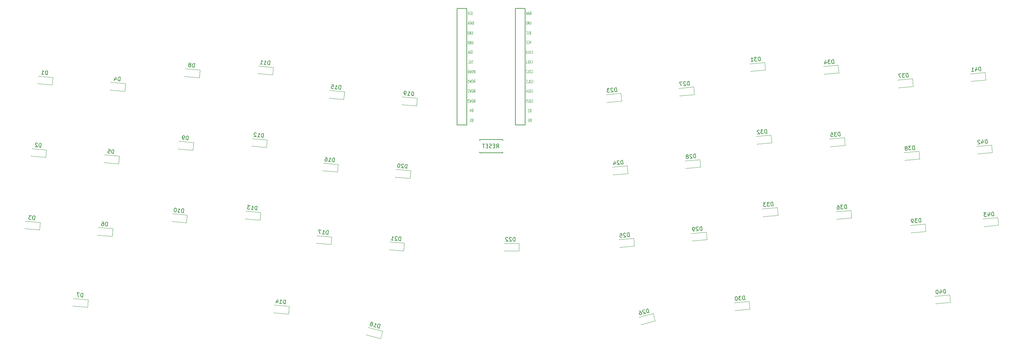
<source format=gbr>
G04 #@! TF.GenerationSoftware,KiCad,Pcbnew,(5.1.0)-1*
G04 #@! TF.CreationDate,2019-06-28T01:08:36+08:00*
G04 #@! TF.ProjectId,Kamaitachi,4b616d61-6974-4616-9368-692e6b696361,rev?*
G04 #@! TF.SameCoordinates,Original*
G04 #@! TF.FileFunction,Legend,Bot*
G04 #@! TF.FilePolarity,Positive*
%FSLAX46Y46*%
G04 Gerber Fmt 4.6, Leading zero omitted, Abs format (unit mm)*
G04 Created by KiCad (PCBNEW (5.1.0)-1) date 2019-06-28 01:08:36*
%MOMM*%
%LPD*%
G04 APERTURE LIST*
%ADD10C,0.120000*%
%ADD11C,0.150000*%
%ADD12C,0.125000*%
G04 APERTURE END LIST*
D10*
X184452508Y-159940861D02*
X180567348Y-159600953D01*
X184278196Y-161933250D02*
X180393037Y-161593343D01*
X184452508Y-159940861D02*
X184278196Y-161933250D01*
X127727521Y-152587721D02*
X123842361Y-152247813D01*
X127553209Y-154580110D02*
X123668050Y-154240203D01*
X127727521Y-152587721D02*
X127553209Y-154580110D01*
X101889229Y-174708693D02*
X98004069Y-174368785D01*
X101714917Y-176701082D02*
X97829758Y-176361175D01*
X101889229Y-174708693D02*
X101714917Y-176701082D01*
X108293425Y-156146219D02*
X104408265Y-155806311D01*
X108119113Y-158138608D02*
X104233954Y-157798701D01*
X108293425Y-156146219D02*
X108119113Y-158138608D01*
X109953742Y-137168710D02*
X106068582Y-136828802D01*
X109779430Y-139161099D02*
X105894271Y-138821192D01*
X109953742Y-137168710D02*
X109779430Y-139161099D01*
X111614058Y-118191201D02*
X107728898Y-117851293D01*
X111439746Y-120183590D02*
X107554587Y-119843683D01*
X111614058Y-118191201D02*
X111439746Y-120183590D01*
X89315916Y-154485902D02*
X85430756Y-154145994D01*
X89141604Y-156478291D02*
X85256445Y-156138384D01*
X89315916Y-154485902D02*
X89141604Y-156478291D01*
X186112825Y-140963352D02*
X182227665Y-140623444D01*
X185938513Y-142955741D02*
X182053354Y-142615834D01*
X186112825Y-140963352D02*
X185938513Y-142955741D01*
X167135316Y-139303035D02*
X163250156Y-138963127D01*
X166961004Y-141295424D02*
X163075845Y-140955517D01*
X167135316Y-139303035D02*
X166961004Y-141295424D01*
X178721538Y-182938607D02*
X174954427Y-181929213D01*
X178203900Y-184870459D02*
X174436789Y-183861064D01*
X178721538Y-182938607D02*
X178203900Y-184870459D01*
X165474999Y-158280544D02*
X161589839Y-157940636D01*
X165300687Y-160272933D02*
X161415528Y-159933026D01*
X165474999Y-158280544D02*
X165300687Y-160272933D01*
X168795633Y-120325525D02*
X164910473Y-119985617D01*
X168621321Y-122317914D02*
X164736162Y-121978007D01*
X168795633Y-120325525D02*
X168621321Y-122317914D01*
X148572886Y-132898340D02*
X144687726Y-132558432D01*
X148398574Y-134890729D02*
X144513415Y-134550822D01*
X148572886Y-132898340D02*
X148398574Y-134890729D01*
X146912569Y-151875849D02*
X143027409Y-151535941D01*
X146738257Y-153868238D02*
X142853098Y-153528331D01*
X146912569Y-151875849D02*
X146738257Y-153868238D01*
X150233203Y-113920831D02*
X146348043Y-113580923D01*
X150058891Y-115913220D02*
X146173732Y-115573313D01*
X150233203Y-113920831D02*
X150058891Y-115913220D01*
X129387838Y-133610212D02*
X125502678Y-133270304D01*
X129213526Y-135602601D02*
X125328367Y-135262694D01*
X129387838Y-133610212D02*
X129213526Y-135602601D01*
X131048155Y-114632702D02*
X127162995Y-114292794D01*
X130873843Y-116625091D02*
X126988684Y-116285184D01*
X131048155Y-114632702D02*
X130873843Y-116625091D01*
X187773142Y-121985842D02*
X183887982Y-121645934D01*
X187598830Y-123978231D02*
X183713671Y-123638324D01*
X187773142Y-121985842D02*
X187598830Y-123978231D01*
X154325928Y-176427894D02*
X150440768Y-176087986D01*
X154151616Y-178420283D02*
X150266457Y-178080376D01*
X154325928Y-176427894D02*
X154151616Y-178420283D01*
X90976233Y-135508393D02*
X87091073Y-135168485D01*
X90801921Y-137500782D02*
X86916762Y-137160875D01*
X90976233Y-135508393D02*
X90801921Y-137500782D01*
X92636549Y-116530884D02*
X88751389Y-116190976D01*
X92462237Y-118523273D02*
X88577078Y-118183366D01*
X92636549Y-116530884D02*
X92462237Y-118523273D01*
D11*
X200783220Y-129032480D02*
X200783220Y-98552480D01*
X198243220Y-129032480D02*
X200783220Y-129032480D01*
X198243220Y-98552480D02*
X198243220Y-129032480D01*
X200783220Y-98552480D02*
X198243220Y-98552480D01*
X216003220Y-129032480D02*
X216003220Y-98552480D01*
X213463220Y-129032480D02*
X216003220Y-129032480D01*
X213463220Y-98552480D02*
X213463220Y-129032480D01*
X216003220Y-98552480D02*
X213463220Y-98552480D01*
X204169620Y-136291190D02*
X204169620Y-136041190D01*
X210169620Y-136291190D02*
X204169620Y-136291190D01*
X210169620Y-136041190D02*
X210169620Y-136291190D01*
X210169620Y-132791190D02*
X210169620Y-133041190D01*
X204169620Y-132791190D02*
X210169620Y-132791190D01*
X204169620Y-133041190D02*
X204169620Y-132791190D01*
D10*
X339467107Y-153222144D02*
X335581948Y-153562051D01*
X339641419Y-155214533D02*
X335756259Y-155554441D01*
X339467107Y-153222144D02*
X339641419Y-155214533D01*
X337806790Y-134244635D02*
X333921631Y-134584542D01*
X337981102Y-136237024D02*
X334095942Y-136576932D01*
X337806790Y-134244635D02*
X337981102Y-136237024D01*
X336146473Y-115267126D02*
X332261314Y-115607033D01*
X336320785Y-117259515D02*
X332435625Y-117599423D01*
X336146473Y-115267126D02*
X336320785Y-117259515D01*
X326894791Y-173444847D02*
X323009632Y-173784754D01*
X327069103Y-175437236D02*
X323183943Y-175777144D01*
X326894791Y-173444847D02*
X327069103Y-175437236D01*
X320489598Y-154882461D02*
X316604439Y-155222368D01*
X320663910Y-156874850D02*
X316778750Y-157214758D01*
X320489598Y-154882461D02*
X320663910Y-156874850D01*
X318829281Y-135904952D02*
X314944122Y-136244859D01*
X319003593Y-137897341D02*
X315118433Y-138237249D01*
X318829281Y-135904952D02*
X319003593Y-137897341D01*
X317168964Y-116927443D02*
X313283805Y-117267350D01*
X317343276Y-118919832D02*
X313458116Y-119259740D01*
X317168964Y-116927443D02*
X317343276Y-118919832D01*
X301055502Y-151323963D02*
X297170343Y-151663870D01*
X301229814Y-153316352D02*
X297344654Y-153656260D01*
X301055502Y-151323963D02*
X301229814Y-153316352D01*
X299395185Y-132346454D02*
X295510026Y-132686361D01*
X299569497Y-134338843D02*
X295684337Y-134678751D01*
X299395185Y-132346454D02*
X299569497Y-134338843D01*
X297734868Y-113368944D02*
X293849709Y-113708851D01*
X297909180Y-115361333D02*
X294024020Y-115701241D01*
X297734868Y-113368944D02*
X297909180Y-115361333D01*
X281870454Y-150612091D02*
X277985295Y-150951998D01*
X282044766Y-152604480D02*
X278159606Y-152944388D01*
X281870454Y-150612091D02*
X282044766Y-152604480D01*
X280210137Y-131634582D02*
X276324978Y-131974489D01*
X280384449Y-133626971D02*
X276499289Y-133966879D01*
X280210137Y-131634582D02*
X280384449Y-133626971D01*
X278549820Y-112657073D02*
X274664661Y-112996980D01*
X278724132Y-114649462D02*
X274838972Y-114989370D01*
X278549820Y-112657073D02*
X278724132Y-114649462D01*
X274457095Y-175164136D02*
X270571936Y-175504043D01*
X274631407Y-177156525D02*
X270746247Y-177496433D01*
X274457095Y-175164136D02*
X274631407Y-177156525D01*
X263308024Y-157016785D02*
X259422865Y-157356692D01*
X263482336Y-159009174D02*
X259597176Y-159349082D01*
X263308024Y-157016785D02*
X263482336Y-159009174D01*
X261647707Y-138039276D02*
X257762548Y-138379183D01*
X261822019Y-140031665D02*
X257936859Y-140371573D01*
X261647707Y-138039276D02*
X261822019Y-140031665D01*
X259987390Y-119061766D02*
X256102231Y-119401673D01*
X260161702Y-121054155D02*
X256276542Y-121394063D01*
X259987390Y-119061766D02*
X260161702Y-121054155D01*
X249468335Y-178313811D02*
X245701224Y-179323206D01*
X249985973Y-180245663D02*
X246218862Y-181255057D01*
X249468335Y-178313811D02*
X249985973Y-180245663D01*
X244330515Y-158677102D02*
X240445356Y-159017009D01*
X244504827Y-160669491D02*
X240619667Y-161009399D01*
X244330515Y-158677102D02*
X244504827Y-160669491D01*
X242670198Y-139699593D02*
X238785039Y-140039500D01*
X242844510Y-141691982D02*
X238959350Y-142031890D01*
X242670198Y-139699593D02*
X242844510Y-141691982D01*
X241009881Y-120722083D02*
X237124722Y-121061990D01*
X241184193Y-122714472D02*
X237299033Y-123054380D01*
X241009881Y-120722083D02*
X241184193Y-122714472D01*
X214419100Y-159972330D02*
X210519100Y-159972330D01*
X214419100Y-161972330D02*
X210519100Y-161972330D01*
X214419100Y-159972330D02*
X214419100Y-161972330D01*
D11*
X183468462Y-159305057D02*
X183555618Y-158308862D01*
X183318428Y-158288111D01*
X183171965Y-158323098D01*
X183068788Y-158409673D01*
X183013050Y-158500398D01*
X182949011Y-158686000D01*
X182936560Y-158828313D01*
X182967397Y-159022215D01*
X183006534Y-159121241D01*
X183093109Y-159224417D01*
X183231273Y-159284306D01*
X183468462Y-159305057D01*
X182598560Y-158320732D02*
X182555273Y-158269144D01*
X182464547Y-158213406D01*
X182227358Y-158192655D01*
X182128332Y-158231792D01*
X182076744Y-158275079D01*
X182021006Y-158365805D01*
X182012705Y-158460681D01*
X182047692Y-158607144D01*
X182567143Y-159226202D01*
X181950451Y-159172248D01*
X181001694Y-159089243D02*
X181570948Y-159139046D01*
X181286321Y-159114144D02*
X181373477Y-158117950D01*
X181455902Y-158268564D01*
X181542477Y-158371740D01*
X181633202Y-158427478D01*
X126743475Y-151951917D02*
X126830631Y-150955722D01*
X126593441Y-150934971D01*
X126446978Y-150969958D01*
X126343801Y-151056533D01*
X126288063Y-151147258D01*
X126224024Y-151332860D01*
X126211573Y-151475173D01*
X126242410Y-151669075D01*
X126281547Y-151768101D01*
X126368122Y-151871277D01*
X126506286Y-151931166D01*
X126743475Y-151951917D01*
X125225464Y-151819108D02*
X125794718Y-151868912D01*
X125510091Y-151844010D02*
X125597247Y-150847815D01*
X125679672Y-150998429D01*
X125766247Y-151101605D01*
X125856972Y-151157344D01*
X124695928Y-150768960D02*
X124601052Y-150760659D01*
X124502026Y-150799797D01*
X124450438Y-150843084D01*
X124394700Y-150933810D01*
X124330661Y-151119411D01*
X124309909Y-151356600D01*
X124340746Y-151550502D01*
X124379883Y-151649528D01*
X124423171Y-151701116D01*
X124513896Y-151756854D01*
X124608772Y-151765155D01*
X124707798Y-151726017D01*
X124759386Y-151682730D01*
X124815124Y-151592004D01*
X124879163Y-151406403D01*
X124899915Y-151169214D01*
X124869078Y-150975312D01*
X124829941Y-150876286D01*
X124786653Y-150824698D01*
X124695928Y-150768960D01*
X100430804Y-174031386D02*
X100517960Y-173035192D01*
X100280771Y-173014440D01*
X100134307Y-173049427D01*
X100031131Y-173136002D01*
X99975393Y-173226728D01*
X99911354Y-173412329D01*
X99898903Y-173554642D01*
X99929740Y-173748544D01*
X99968877Y-173847570D01*
X100055452Y-173950746D01*
X100193615Y-174010635D01*
X100430804Y-174031386D01*
X99616641Y-172956336D02*
X98952511Y-172898233D01*
X99292296Y-173931780D01*
X106835000Y-155468912D02*
X106922156Y-154472718D01*
X106684967Y-154451966D01*
X106538503Y-154486953D01*
X106435327Y-154573528D01*
X106379589Y-154664254D01*
X106315550Y-154849855D01*
X106303099Y-154992168D01*
X106333936Y-155186070D01*
X106373073Y-155285096D01*
X106459648Y-155388272D01*
X106597811Y-155448161D01*
X106835000Y-155468912D01*
X105499021Y-154348209D02*
X105688772Y-154364810D01*
X105779498Y-154420549D01*
X105822785Y-154472137D01*
X105905210Y-154622751D01*
X105936047Y-154816653D01*
X105902845Y-155196155D01*
X105847106Y-155286881D01*
X105795518Y-155330168D01*
X105696492Y-155369306D01*
X105506741Y-155352705D01*
X105416015Y-155296966D01*
X105372728Y-155245378D01*
X105333591Y-155146352D01*
X105354342Y-154909163D01*
X105410080Y-154818437D01*
X105461668Y-154775150D01*
X105560694Y-154736013D01*
X105750446Y-154752614D01*
X105841171Y-154808352D01*
X105884459Y-154859940D01*
X105923596Y-154958966D01*
X108495317Y-136491403D02*
X108582473Y-135495209D01*
X108345284Y-135474457D01*
X108198820Y-135509444D01*
X108095644Y-135596019D01*
X108039906Y-135686745D01*
X107975867Y-135872346D01*
X107963416Y-136014659D01*
X107994253Y-136208561D01*
X108033390Y-136307587D01*
X108119965Y-136410763D01*
X108258128Y-136470652D01*
X108495317Y-136491403D01*
X107111900Y-135366550D02*
X107586279Y-135408053D01*
X107592214Y-135886582D01*
X107548926Y-135834993D01*
X107458201Y-135779255D01*
X107221011Y-135758504D01*
X107121985Y-135797641D01*
X107070397Y-135840928D01*
X107014659Y-135931654D01*
X106993908Y-136168843D01*
X107033045Y-136267869D01*
X107076332Y-136319457D01*
X107167058Y-136375196D01*
X107404247Y-136395947D01*
X107503273Y-136356810D01*
X107554861Y-136313522D01*
X110155633Y-117513894D02*
X110242789Y-116517700D01*
X110005600Y-116496948D01*
X109859136Y-116531935D01*
X109755960Y-116618510D01*
X109700222Y-116709236D01*
X109636183Y-116894837D01*
X109623732Y-117037150D01*
X109654569Y-117231052D01*
X109693706Y-117330078D01*
X109780281Y-117433254D01*
X109918444Y-117493143D01*
X110155633Y-117513894D01*
X108790602Y-116725256D02*
X108732498Y-117389386D01*
X109060993Y-116366505D02*
X109235929Y-117098824D01*
X108619237Y-117044870D01*
X87857491Y-153808595D02*
X87944647Y-152812401D01*
X87707458Y-152791649D01*
X87560994Y-152826636D01*
X87457818Y-152913211D01*
X87402080Y-153003937D01*
X87338041Y-153189538D01*
X87325590Y-153331851D01*
X87356427Y-153525753D01*
X87395564Y-153624779D01*
X87482139Y-153727955D01*
X87620302Y-153787844D01*
X87857491Y-153808595D01*
X87043328Y-152733545D02*
X86426636Y-152679592D01*
X86725499Y-153088146D01*
X86583185Y-153075696D01*
X86484159Y-153114833D01*
X86432571Y-153158120D01*
X86376833Y-153248846D01*
X86356082Y-153486035D01*
X86395219Y-153585061D01*
X86438506Y-153636649D01*
X86529232Y-153692388D01*
X86813859Y-153717289D01*
X86912885Y-153678152D01*
X86964473Y-153634864D01*
X185128779Y-140327548D02*
X185215935Y-139331353D01*
X184978745Y-139310602D01*
X184832282Y-139345589D01*
X184729105Y-139432164D01*
X184673367Y-139522889D01*
X184609328Y-139708491D01*
X184596877Y-139850804D01*
X184627714Y-140044706D01*
X184666851Y-140143732D01*
X184753426Y-140246908D01*
X184891590Y-140306797D01*
X185128779Y-140327548D01*
X184258877Y-139343223D02*
X184215590Y-139291635D01*
X184124864Y-139235897D01*
X183887675Y-139215146D01*
X183788649Y-139254283D01*
X183737061Y-139297570D01*
X183681323Y-139388296D01*
X183673022Y-139483172D01*
X183708009Y-139629635D01*
X184227460Y-140248693D01*
X183610768Y-140194739D01*
X183081232Y-139144591D02*
X182986356Y-139136290D01*
X182887330Y-139175428D01*
X182835742Y-139218715D01*
X182780004Y-139309441D01*
X182715965Y-139495042D01*
X182695213Y-139732231D01*
X182726050Y-139926133D01*
X182765187Y-140025159D01*
X182808475Y-140076747D01*
X182899200Y-140132485D01*
X182994076Y-140140786D01*
X183093102Y-140101648D01*
X183144690Y-140058361D01*
X183200428Y-139967635D01*
X183264467Y-139782034D01*
X183285219Y-139544845D01*
X183254382Y-139350943D01*
X183215245Y-139251917D01*
X183171957Y-139200329D01*
X183081232Y-139144591D01*
X166151270Y-138667231D02*
X166238426Y-137671036D01*
X166001236Y-137650285D01*
X165854773Y-137685272D01*
X165751596Y-137771847D01*
X165695858Y-137862572D01*
X165631819Y-138048174D01*
X165619368Y-138190487D01*
X165650205Y-138384389D01*
X165689342Y-138483415D01*
X165775917Y-138586591D01*
X165914081Y-138646480D01*
X166151270Y-138667231D01*
X164633259Y-138534422D02*
X165202513Y-138584226D01*
X164917886Y-138559324D02*
X165005042Y-137563129D01*
X165087467Y-137713743D01*
X165174042Y-137816919D01*
X165264767Y-137872658D01*
X163866533Y-137463523D02*
X164056285Y-137480124D01*
X164147010Y-137535862D01*
X164190298Y-137587450D01*
X164272723Y-137738064D01*
X164303559Y-137931966D01*
X164270357Y-138311469D01*
X164214619Y-138402194D01*
X164163031Y-138445482D01*
X164064005Y-138484619D01*
X163874253Y-138468018D01*
X163783528Y-138412279D01*
X163740240Y-138360691D01*
X163701103Y-138261665D01*
X163721855Y-138024476D01*
X163777593Y-137933751D01*
X163829181Y-137890463D01*
X163928207Y-137851326D01*
X164117958Y-137867927D01*
X164208684Y-137923665D01*
X164251971Y-137975253D01*
X164291109Y-138074279D01*
X177862849Y-182141584D02*
X178121668Y-181175658D01*
X177891685Y-181114035D01*
X177741371Y-181123057D01*
X177624729Y-181190401D01*
X177554083Y-181270069D01*
X177458788Y-181441730D01*
X177421813Y-181579719D01*
X177418511Y-181776030D01*
X177439858Y-181880348D01*
X177507202Y-181996990D01*
X177632866Y-182079961D01*
X177862849Y-182141584D01*
X176390962Y-181747193D02*
X176942919Y-181895090D01*
X176666940Y-181821142D02*
X176925760Y-180855216D01*
X176980778Y-181017855D01*
X177048122Y-181134497D01*
X177127790Y-181205143D01*
X175986901Y-181047339D02*
X176091218Y-181025992D01*
X176149539Y-180992320D01*
X176220185Y-180912652D01*
X176232510Y-180866656D01*
X176211163Y-180762338D01*
X176177491Y-180704017D01*
X176097823Y-180633371D01*
X175913837Y-180584072D01*
X175809520Y-180605419D01*
X175751198Y-180639091D01*
X175680552Y-180718759D01*
X175668228Y-180764755D01*
X175689575Y-180869073D01*
X175723247Y-180927394D01*
X175802915Y-180998040D01*
X175986901Y-181047339D01*
X176066569Y-181117985D01*
X176100241Y-181176306D01*
X176121588Y-181280624D01*
X176072289Y-181464610D01*
X176001643Y-181544278D01*
X175943322Y-181577950D01*
X175839004Y-181599297D01*
X175655018Y-181549998D01*
X175575350Y-181479352D01*
X175541678Y-181421031D01*
X175520331Y-181316713D01*
X175569630Y-181132727D01*
X175640276Y-181053059D01*
X175698597Y-181019387D01*
X175802915Y-180998040D01*
X164490953Y-157644740D02*
X164578109Y-156648545D01*
X164340919Y-156627794D01*
X164194456Y-156662781D01*
X164091279Y-156749356D01*
X164035541Y-156840081D01*
X163971502Y-157025683D01*
X163959051Y-157167996D01*
X163989888Y-157361898D01*
X164029025Y-157460924D01*
X164115600Y-157564100D01*
X164253764Y-157623989D01*
X164490953Y-157644740D01*
X162972942Y-157511931D02*
X163542196Y-157561735D01*
X163257569Y-157536833D02*
X163344725Y-156540638D01*
X163427150Y-156691252D01*
X163513725Y-156794428D01*
X163604450Y-156850167D01*
X162728033Y-156486685D02*
X162063903Y-156428581D01*
X162403688Y-157462128D01*
X167811587Y-119689721D02*
X167898743Y-118693526D01*
X167661553Y-118672775D01*
X167515090Y-118707762D01*
X167411913Y-118794337D01*
X167356175Y-118885062D01*
X167292136Y-119070664D01*
X167279685Y-119212977D01*
X167310522Y-119406879D01*
X167349659Y-119505905D01*
X167436234Y-119609081D01*
X167574398Y-119668970D01*
X167811587Y-119689721D01*
X166293576Y-119556912D02*
X166862830Y-119606716D01*
X166578203Y-119581814D02*
X166665359Y-118585619D01*
X166747784Y-118736233D01*
X166834359Y-118839409D01*
X166925084Y-118895148D01*
X165479413Y-118481862D02*
X165953791Y-118523365D01*
X165959726Y-119001894D01*
X165916439Y-118950306D01*
X165825713Y-118894567D01*
X165588524Y-118873816D01*
X165489498Y-118912953D01*
X165437910Y-118956241D01*
X165382172Y-119046966D01*
X165361420Y-119284155D01*
X165400557Y-119383181D01*
X165443845Y-119434769D01*
X165534570Y-119490508D01*
X165771760Y-119511259D01*
X165870786Y-119472122D01*
X165922374Y-119428834D01*
X147588840Y-132262536D02*
X147675996Y-131266341D01*
X147438806Y-131245590D01*
X147292343Y-131280577D01*
X147189166Y-131367152D01*
X147133428Y-131457877D01*
X147069389Y-131643479D01*
X147056938Y-131785792D01*
X147087775Y-131979694D01*
X147126912Y-132078720D01*
X147213487Y-132181896D01*
X147351651Y-132241785D01*
X147588840Y-132262536D01*
X146070829Y-132129727D02*
X146640083Y-132179531D01*
X146355456Y-132154629D02*
X146442612Y-131158434D01*
X146525037Y-131309048D01*
X146611612Y-131412224D01*
X146702337Y-131467963D01*
X145770181Y-131195206D02*
X145726894Y-131143618D01*
X145636168Y-131087880D01*
X145398979Y-131067128D01*
X145299953Y-131106265D01*
X145248365Y-131149553D01*
X145192627Y-131240278D01*
X145184326Y-131335154D01*
X145219313Y-131481618D01*
X145738764Y-132100675D01*
X145122072Y-132046722D01*
X145928523Y-151240045D02*
X146015679Y-150243850D01*
X145778489Y-150223099D01*
X145632026Y-150258086D01*
X145528849Y-150344661D01*
X145473111Y-150435386D01*
X145409072Y-150620988D01*
X145396621Y-150763301D01*
X145427458Y-150957203D01*
X145466595Y-151056229D01*
X145553170Y-151159405D01*
X145691334Y-151219294D01*
X145928523Y-151240045D01*
X144410512Y-151107236D02*
X144979766Y-151157040D01*
X144695139Y-151132138D02*
X144782295Y-150135943D01*
X144864720Y-150286557D01*
X144951295Y-150389733D01*
X145042020Y-150445472D01*
X144165603Y-150081990D02*
X143548911Y-150028036D01*
X143847774Y-150436591D01*
X143705460Y-150424140D01*
X143606434Y-150463277D01*
X143554846Y-150506565D01*
X143499108Y-150597290D01*
X143478356Y-150834479D01*
X143517493Y-150933505D01*
X143560781Y-150985093D01*
X143651506Y-151040832D01*
X143936133Y-151065733D01*
X144035159Y-151026596D01*
X144086748Y-150983309D01*
X149249157Y-113285027D02*
X149336313Y-112288832D01*
X149099123Y-112268081D01*
X148952660Y-112303068D01*
X148849483Y-112389643D01*
X148793745Y-112480368D01*
X148729706Y-112665970D01*
X148717255Y-112808283D01*
X148748092Y-113002185D01*
X148787229Y-113101211D01*
X148873804Y-113204387D01*
X149011968Y-113264276D01*
X149249157Y-113285027D01*
X147731146Y-113152218D02*
X148300400Y-113202022D01*
X148015773Y-113177120D02*
X148102929Y-112180925D01*
X148185354Y-112331539D01*
X148271929Y-112434715D01*
X148362654Y-112490454D01*
X146782389Y-113069213D02*
X147351643Y-113119016D01*
X147067016Y-113094114D02*
X147154172Y-112097920D01*
X147236597Y-112248534D01*
X147323172Y-112351710D01*
X147413897Y-112407448D01*
X127929413Y-132932905D02*
X128016569Y-131936711D01*
X127779380Y-131915959D01*
X127632916Y-131950946D01*
X127529740Y-132037521D01*
X127474002Y-132128247D01*
X127409963Y-132313848D01*
X127397512Y-132456161D01*
X127428349Y-132650063D01*
X127467486Y-132749089D01*
X127554061Y-132852265D01*
X127692224Y-132912154D01*
X127929413Y-132932905D01*
X126885781Y-132841599D02*
X126696030Y-132824998D01*
X126605304Y-132769260D01*
X126562017Y-132717672D01*
X126479592Y-132567058D01*
X126448755Y-132373156D01*
X126481957Y-131993653D01*
X126537696Y-131902928D01*
X126589284Y-131859640D01*
X126688310Y-131820503D01*
X126878061Y-131837104D01*
X126968786Y-131892842D01*
X127012074Y-131944430D01*
X127051211Y-132043456D01*
X127030460Y-132280646D01*
X126974722Y-132371371D01*
X126923133Y-132414659D01*
X126824107Y-132453796D01*
X126634356Y-132437195D01*
X126543631Y-132381456D01*
X126500343Y-132329868D01*
X126461206Y-132230842D01*
X129589730Y-113955395D02*
X129676886Y-112959201D01*
X129439697Y-112938449D01*
X129293233Y-112973436D01*
X129190057Y-113060011D01*
X129134319Y-113150737D01*
X129070280Y-113336338D01*
X129057829Y-113478651D01*
X129088666Y-113672553D01*
X129127803Y-113771579D01*
X129214378Y-113874755D01*
X129352541Y-113934644D01*
X129589730Y-113955395D01*
X128501026Y-113286535D02*
X128600051Y-113247397D01*
X128651640Y-113204110D01*
X128707378Y-113113384D01*
X128711528Y-113065946D01*
X128672391Y-112966920D01*
X128629103Y-112915332D01*
X128538378Y-112859594D01*
X128348627Y-112842993D01*
X128249601Y-112882130D01*
X128198013Y-112925418D01*
X128142274Y-113016143D01*
X128138124Y-113063581D01*
X128177261Y-113162607D01*
X128220549Y-113214195D01*
X128311274Y-113269933D01*
X128501026Y-113286535D01*
X128591751Y-113342273D01*
X128635039Y-113393861D01*
X128674176Y-113492887D01*
X128657575Y-113682638D01*
X128601836Y-113773364D01*
X128550248Y-113816651D01*
X128451222Y-113855789D01*
X128261471Y-113839188D01*
X128170745Y-113783449D01*
X128127458Y-113731861D01*
X128088321Y-113632835D01*
X128104922Y-113443084D01*
X128160660Y-113352358D01*
X128212248Y-113309071D01*
X128311274Y-113269933D01*
X186789096Y-121350038D02*
X186876252Y-120353843D01*
X186639062Y-120333092D01*
X186492599Y-120368079D01*
X186389422Y-120454654D01*
X186333684Y-120545379D01*
X186269645Y-120730981D01*
X186257194Y-120873294D01*
X186288031Y-121067196D01*
X186327168Y-121166222D01*
X186413743Y-121269398D01*
X186551907Y-121329287D01*
X186789096Y-121350038D01*
X185271085Y-121217229D02*
X185840339Y-121267033D01*
X185555712Y-121242131D02*
X185642868Y-120245936D01*
X185725293Y-120396550D01*
X185811868Y-120499726D01*
X185902593Y-120555465D01*
X184796706Y-121175726D02*
X184606955Y-121159125D01*
X184516230Y-121103387D01*
X184472942Y-121051799D01*
X184390517Y-120901185D01*
X184359681Y-120707283D01*
X184392883Y-120327780D01*
X184448621Y-120237055D01*
X184500209Y-120193767D01*
X184599235Y-120154630D01*
X184788987Y-120171231D01*
X184879712Y-120226970D01*
X184923000Y-120278558D01*
X184962137Y-120377584D01*
X184941385Y-120614773D01*
X184885647Y-120705498D01*
X184834059Y-120748786D01*
X184735033Y-120787923D01*
X184545282Y-120771322D01*
X184454556Y-120715584D01*
X184411269Y-120663996D01*
X184372131Y-120564970D01*
X153341882Y-175792090D02*
X153429038Y-174795895D01*
X153191848Y-174775144D01*
X153045385Y-174810131D01*
X152942208Y-174896706D01*
X152886470Y-174987431D01*
X152822431Y-175173033D01*
X152809980Y-175315346D01*
X152840817Y-175509248D01*
X152879954Y-175608274D01*
X152966529Y-175711450D01*
X153104693Y-175771339D01*
X153341882Y-175792090D01*
X151823871Y-175659281D02*
X152393125Y-175709085D01*
X152108498Y-175684183D02*
X152195654Y-174687988D01*
X152278079Y-174838602D01*
X152364654Y-174941778D01*
X152455379Y-174997517D01*
X151028094Y-174920447D02*
X150969990Y-175584576D01*
X151298485Y-174561695D02*
X151473420Y-175294014D01*
X150856728Y-175240061D01*
X89517808Y-134831086D02*
X89604964Y-133834892D01*
X89367775Y-133814140D01*
X89221311Y-133849127D01*
X89118135Y-133935702D01*
X89062397Y-134026428D01*
X88998358Y-134212029D01*
X88985907Y-134354342D01*
X89016744Y-134548244D01*
X89055881Y-134647270D01*
X89142456Y-134750446D01*
X89280619Y-134810335D01*
X89517808Y-134831086D01*
X88647907Y-133846762D02*
X88604619Y-133795174D01*
X88513894Y-133739435D01*
X88276705Y-133718684D01*
X88177679Y-133757821D01*
X88126091Y-133801109D01*
X88070352Y-133891834D01*
X88062052Y-133986710D01*
X88097039Y-134133174D01*
X88616489Y-134752231D01*
X87999797Y-134698277D01*
X91178124Y-115853577D02*
X91265280Y-114857383D01*
X91028091Y-114836631D01*
X90881627Y-114871618D01*
X90778451Y-114958193D01*
X90722713Y-115048919D01*
X90658674Y-115234520D01*
X90646223Y-115376833D01*
X90677060Y-115570735D01*
X90716197Y-115669761D01*
X90802772Y-115772937D01*
X90940935Y-115832826D01*
X91178124Y-115853577D01*
X89660113Y-115720768D02*
X90229368Y-115770572D01*
X89944741Y-115745670D02*
X90031896Y-114749475D01*
X90114321Y-114900090D01*
X90200896Y-115003266D01*
X90291622Y-115059004D01*
D12*
X202550572Y-117941765D02*
X202717239Y-117584622D01*
X202836286Y-117941765D02*
X202836286Y-117191765D01*
X202645810Y-117191765D01*
X202598191Y-117227480D01*
X202574381Y-117263194D01*
X202550572Y-117334622D01*
X202550572Y-117441765D01*
X202574381Y-117513194D01*
X202598191Y-117548908D01*
X202645810Y-117584622D01*
X202836286Y-117584622D01*
X202241048Y-117191765D02*
X202145810Y-117191765D01*
X202098191Y-117227480D01*
X202050572Y-117298908D01*
X202026762Y-117441765D01*
X202026762Y-117691765D01*
X202050572Y-117834622D01*
X202098191Y-117906051D01*
X202145810Y-117941765D01*
X202241048Y-117941765D01*
X202288667Y-117906051D01*
X202336286Y-117834622D01*
X202360096Y-117691765D01*
X202360096Y-117441765D01*
X202336286Y-117298908D01*
X202288667Y-117227480D01*
X202241048Y-117191765D01*
X201860096Y-117191765D02*
X201741048Y-117941765D01*
X201645810Y-117406051D01*
X201550572Y-117941765D01*
X201431524Y-117191765D01*
X200979143Y-117941765D02*
X201264858Y-117941765D01*
X201122000Y-117941765D02*
X201122000Y-117191765D01*
X201169620Y-117298908D01*
X201217239Y-117370337D01*
X201264858Y-117406051D01*
X217667239Y-120418337D02*
X217691048Y-120454051D01*
X217762477Y-120489765D01*
X217810096Y-120489765D01*
X217881524Y-120454051D01*
X217929143Y-120382622D01*
X217952953Y-120311194D01*
X217976762Y-120168337D01*
X217976762Y-120061194D01*
X217952953Y-119918337D01*
X217929143Y-119846908D01*
X217881524Y-119775480D01*
X217810096Y-119739765D01*
X217762477Y-119739765D01*
X217691048Y-119775480D01*
X217667239Y-119811194D01*
X217357715Y-119739765D02*
X217262477Y-119739765D01*
X217214858Y-119775480D01*
X217167239Y-119846908D01*
X217143429Y-119989765D01*
X217143429Y-120239765D01*
X217167239Y-120382622D01*
X217214858Y-120454051D01*
X217262477Y-120489765D01*
X217357715Y-120489765D01*
X217405334Y-120454051D01*
X217452953Y-120382622D01*
X217476762Y-120239765D01*
X217476762Y-119989765D01*
X217452953Y-119846908D01*
X217405334Y-119775480D01*
X217357715Y-119739765D01*
X216691048Y-120489765D02*
X216929143Y-120489765D01*
X216929143Y-119739765D01*
X216310096Y-119989765D02*
X216310096Y-120489765D01*
X216429143Y-119704051D02*
X216548191Y-120239765D01*
X216238667Y-120239765D01*
X202600572Y-120489765D02*
X202767239Y-120132622D01*
X202886286Y-120489765D02*
X202886286Y-119739765D01*
X202695810Y-119739765D01*
X202648191Y-119775480D01*
X202624381Y-119811194D01*
X202600572Y-119882622D01*
X202600572Y-119989765D01*
X202624381Y-120061194D01*
X202648191Y-120096908D01*
X202695810Y-120132622D01*
X202886286Y-120132622D01*
X202291048Y-119739765D02*
X202195810Y-119739765D01*
X202148191Y-119775480D01*
X202100572Y-119846908D01*
X202076762Y-119989765D01*
X202076762Y-120239765D01*
X202100572Y-120382622D01*
X202148191Y-120454051D01*
X202195810Y-120489765D01*
X202291048Y-120489765D01*
X202338667Y-120454051D01*
X202386286Y-120382622D01*
X202410096Y-120239765D01*
X202410096Y-119989765D01*
X202386286Y-119846908D01*
X202338667Y-119775480D01*
X202291048Y-119739765D01*
X201910096Y-119739765D02*
X201791048Y-120489765D01*
X201695810Y-119954051D01*
X201600572Y-120489765D01*
X201481524Y-119739765D01*
X201314858Y-119811194D02*
X201291048Y-119775480D01*
X201243429Y-119739765D01*
X201124381Y-119739765D01*
X201076762Y-119775480D01*
X201052953Y-119811194D01*
X201029143Y-119882622D01*
X201029143Y-119954051D01*
X201052953Y-120061194D01*
X201338667Y-120489765D01*
X201029143Y-120489765D01*
X217667239Y-123013837D02*
X217691048Y-123049551D01*
X217762477Y-123085265D01*
X217810096Y-123085265D01*
X217881524Y-123049551D01*
X217929143Y-122978122D01*
X217952953Y-122906694D01*
X217976762Y-122763837D01*
X217976762Y-122656694D01*
X217952953Y-122513837D01*
X217929143Y-122442408D01*
X217881524Y-122370980D01*
X217810096Y-122335265D01*
X217762477Y-122335265D01*
X217691048Y-122370980D01*
X217667239Y-122406694D01*
X217357715Y-122335265D02*
X217262477Y-122335265D01*
X217214858Y-122370980D01*
X217167239Y-122442408D01*
X217143429Y-122585265D01*
X217143429Y-122835265D01*
X217167239Y-122978122D01*
X217214858Y-123049551D01*
X217262477Y-123085265D01*
X217357715Y-123085265D01*
X217405334Y-123049551D01*
X217452953Y-122978122D01*
X217476762Y-122835265D01*
X217476762Y-122585265D01*
X217452953Y-122442408D01*
X217405334Y-122370980D01*
X217357715Y-122335265D01*
X216691048Y-123085265D02*
X216929143Y-123085265D01*
X216929143Y-122335265D01*
X216286286Y-122335265D02*
X216524381Y-122335265D01*
X216548191Y-122692408D01*
X216524381Y-122656694D01*
X216476762Y-122620980D01*
X216357715Y-122620980D01*
X216310096Y-122656694D01*
X216286286Y-122692408D01*
X216262477Y-122763837D01*
X216262477Y-122942408D01*
X216286286Y-123013837D01*
X216310096Y-123049551D01*
X216357715Y-123085265D01*
X216476762Y-123085265D01*
X216524381Y-123049551D01*
X216548191Y-123013837D01*
X202600572Y-123085265D02*
X202767239Y-122728122D01*
X202886286Y-123085265D02*
X202886286Y-122335265D01*
X202695810Y-122335265D01*
X202648191Y-122370980D01*
X202624381Y-122406694D01*
X202600572Y-122478122D01*
X202600572Y-122585265D01*
X202624381Y-122656694D01*
X202648191Y-122692408D01*
X202695810Y-122728122D01*
X202886286Y-122728122D01*
X202291048Y-122335265D02*
X202195810Y-122335265D01*
X202148191Y-122370980D01*
X202100572Y-122442408D01*
X202076762Y-122585265D01*
X202076762Y-122835265D01*
X202100572Y-122978122D01*
X202148191Y-123049551D01*
X202195810Y-123085265D01*
X202291048Y-123085265D01*
X202338667Y-123049551D01*
X202386286Y-122978122D01*
X202410096Y-122835265D01*
X202410096Y-122585265D01*
X202386286Y-122442408D01*
X202338667Y-122370980D01*
X202291048Y-122335265D01*
X201910096Y-122335265D02*
X201791048Y-123085265D01*
X201695810Y-122549551D01*
X201600572Y-123085265D01*
X201481524Y-122335265D01*
X201338667Y-122335265D02*
X201029143Y-122335265D01*
X201195810Y-122620980D01*
X201124381Y-122620980D01*
X201076762Y-122656694D01*
X201052953Y-122692408D01*
X201029143Y-122763837D01*
X201029143Y-122942408D01*
X201052953Y-123013837D01*
X201076762Y-123049551D01*
X201124381Y-123085265D01*
X201267239Y-123085265D01*
X201314858Y-123049551D01*
X201338667Y-123013837D01*
X217322000Y-125196908D02*
X217250572Y-125232622D01*
X217226762Y-125268337D01*
X217202953Y-125339765D01*
X217202953Y-125446908D01*
X217226762Y-125518337D01*
X217250572Y-125554051D01*
X217298191Y-125589765D01*
X217488667Y-125589765D01*
X217488667Y-124839765D01*
X217322000Y-124839765D01*
X217274381Y-124875480D01*
X217250572Y-124911194D01*
X217226762Y-124982622D01*
X217226762Y-125054051D01*
X217250572Y-125125480D01*
X217274381Y-125161194D01*
X217322000Y-125196908D01*
X217488667Y-125196908D01*
X217012477Y-124911194D02*
X216988667Y-124875480D01*
X216941048Y-124839765D01*
X216822000Y-124839765D01*
X216774381Y-124875480D01*
X216750572Y-124911194D01*
X216726762Y-124982622D01*
X216726762Y-125054051D01*
X216750572Y-125161194D01*
X217036286Y-125589765D01*
X216726762Y-125589765D01*
X202172000Y-125168908D02*
X202100572Y-125204622D01*
X202076762Y-125240337D01*
X202052953Y-125311765D01*
X202052953Y-125418908D01*
X202076762Y-125490337D01*
X202100572Y-125526051D01*
X202148191Y-125561765D01*
X202338667Y-125561765D01*
X202338667Y-124811765D01*
X202172000Y-124811765D01*
X202124381Y-124847480D01*
X202100572Y-124883194D01*
X202076762Y-124954622D01*
X202076762Y-125026051D01*
X202100572Y-125097480D01*
X202124381Y-125133194D01*
X202172000Y-125168908D01*
X202338667Y-125168908D01*
X201624381Y-125061765D02*
X201624381Y-125561765D01*
X201743429Y-124776051D02*
X201862477Y-125311765D01*
X201552953Y-125311765D01*
X202172000Y-127772408D02*
X202100572Y-127808122D01*
X202076762Y-127843837D01*
X202052953Y-127915265D01*
X202052953Y-128022408D01*
X202076762Y-128093837D01*
X202100572Y-128129551D01*
X202148191Y-128165265D01*
X202338667Y-128165265D01*
X202338667Y-127415265D01*
X202172000Y-127415265D01*
X202124381Y-127450980D01*
X202100572Y-127486694D01*
X202076762Y-127558122D01*
X202076762Y-127629551D01*
X202100572Y-127700980D01*
X202124381Y-127736694D01*
X202172000Y-127772408D01*
X202338667Y-127772408D01*
X201600572Y-127415265D02*
X201838667Y-127415265D01*
X201862477Y-127772408D01*
X201838667Y-127736694D01*
X201791048Y-127700980D01*
X201672000Y-127700980D01*
X201624381Y-127736694D01*
X201600572Y-127772408D01*
X201576762Y-127843837D01*
X201576762Y-128022408D01*
X201600572Y-128093837D01*
X201624381Y-128129551D01*
X201672000Y-128165265D01*
X201791048Y-128165265D01*
X201838667Y-128129551D01*
X201862477Y-128093837D01*
X217422000Y-127746908D02*
X217350572Y-127782622D01*
X217326762Y-127818337D01*
X217302953Y-127889765D01*
X217302953Y-127996908D01*
X217326762Y-128068337D01*
X217350572Y-128104051D01*
X217398191Y-128139765D01*
X217588667Y-128139765D01*
X217588667Y-127389765D01*
X217422000Y-127389765D01*
X217374381Y-127425480D01*
X217350572Y-127461194D01*
X217326762Y-127532622D01*
X217326762Y-127604051D01*
X217350572Y-127675480D01*
X217374381Y-127711194D01*
X217422000Y-127746908D01*
X217588667Y-127746908D01*
X216874381Y-127389765D02*
X216969620Y-127389765D01*
X217017239Y-127425480D01*
X217041048Y-127461194D01*
X217088667Y-127568337D01*
X217112477Y-127711194D01*
X217112477Y-127996908D01*
X217088667Y-128068337D01*
X217064858Y-128104051D01*
X217017239Y-128139765D01*
X216922000Y-128139765D01*
X216874381Y-128104051D01*
X216850572Y-128068337D01*
X216826762Y-127996908D01*
X216826762Y-127818337D01*
X216850572Y-127746908D01*
X216874381Y-127711194D01*
X216922000Y-127675480D01*
X217017239Y-127675480D01*
X217064858Y-127711194D01*
X217088667Y-127746908D01*
X217112477Y-127818337D01*
X217617239Y-110268337D02*
X217641048Y-110304051D01*
X217712477Y-110339765D01*
X217760096Y-110339765D01*
X217831524Y-110304051D01*
X217879143Y-110232622D01*
X217902953Y-110161194D01*
X217926762Y-110018337D01*
X217926762Y-109911194D01*
X217902953Y-109768337D01*
X217879143Y-109696908D01*
X217831524Y-109625480D01*
X217760096Y-109589765D01*
X217712477Y-109589765D01*
X217641048Y-109625480D01*
X217617239Y-109661194D01*
X217307715Y-109589765D02*
X217212477Y-109589765D01*
X217164858Y-109625480D01*
X217117239Y-109696908D01*
X217093429Y-109839765D01*
X217093429Y-110089765D01*
X217117239Y-110232622D01*
X217164858Y-110304051D01*
X217212477Y-110339765D01*
X217307715Y-110339765D01*
X217355334Y-110304051D01*
X217402953Y-110232622D01*
X217426762Y-110089765D01*
X217426762Y-109839765D01*
X217402953Y-109696908D01*
X217355334Y-109625480D01*
X217307715Y-109589765D01*
X216641048Y-110339765D02*
X216879143Y-110339765D01*
X216879143Y-109589765D01*
X216379143Y-109589765D02*
X216331524Y-109589765D01*
X216283905Y-109625480D01*
X216260096Y-109661194D01*
X216236286Y-109732622D01*
X216212477Y-109875480D01*
X216212477Y-110054051D01*
X216236286Y-110196908D01*
X216260096Y-110268337D01*
X216283905Y-110304051D01*
X216331524Y-110339765D01*
X216379143Y-110339765D01*
X216426762Y-110304051D01*
X216450572Y-110268337D01*
X216474381Y-110196908D01*
X216498191Y-110054051D01*
X216498191Y-109875480D01*
X216474381Y-109732622D01*
X216450572Y-109661194D01*
X216426762Y-109625480D01*
X216379143Y-109589765D01*
X202315762Y-110286051D02*
X202244334Y-110321765D01*
X202125286Y-110321765D01*
X202077667Y-110286051D01*
X202053858Y-110250337D01*
X202030048Y-110178908D01*
X202030048Y-110107480D01*
X202053858Y-110036051D01*
X202077667Y-110000337D01*
X202125286Y-109964622D01*
X202220524Y-109928908D01*
X202268143Y-109893194D01*
X202291953Y-109857480D01*
X202315762Y-109786051D01*
X202315762Y-109714622D01*
X202291953Y-109643194D01*
X202268143Y-109607480D01*
X202220524Y-109571765D01*
X202101477Y-109571765D01*
X202030048Y-109607480D01*
X201815762Y-110321765D02*
X201815762Y-109571765D01*
X201696715Y-109571765D01*
X201625286Y-109607480D01*
X201577667Y-109678908D01*
X201553858Y-109750337D01*
X201530048Y-109893194D01*
X201530048Y-110000337D01*
X201553858Y-110143194D01*
X201577667Y-110214622D01*
X201625286Y-110286051D01*
X201696715Y-110321765D01*
X201815762Y-110321765D01*
X201339572Y-110107480D02*
X201101477Y-110107480D01*
X201387191Y-110321765D02*
X201220524Y-109571765D01*
X201053858Y-110321765D01*
X217567239Y-112790337D02*
X217591048Y-112826051D01*
X217662477Y-112861765D01*
X217710096Y-112861765D01*
X217781524Y-112826051D01*
X217829143Y-112754622D01*
X217852953Y-112683194D01*
X217876762Y-112540337D01*
X217876762Y-112433194D01*
X217852953Y-112290337D01*
X217829143Y-112218908D01*
X217781524Y-112147480D01*
X217710096Y-112111765D01*
X217662477Y-112111765D01*
X217591048Y-112147480D01*
X217567239Y-112183194D01*
X217257715Y-112111765D02*
X217162477Y-112111765D01*
X217114858Y-112147480D01*
X217067239Y-112218908D01*
X217043429Y-112361765D01*
X217043429Y-112611765D01*
X217067239Y-112754622D01*
X217114858Y-112826051D01*
X217162477Y-112861765D01*
X217257715Y-112861765D01*
X217305334Y-112826051D01*
X217352953Y-112754622D01*
X217376762Y-112611765D01*
X217376762Y-112361765D01*
X217352953Y-112218908D01*
X217305334Y-112147480D01*
X217257715Y-112111765D01*
X216591048Y-112861765D02*
X216829143Y-112861765D01*
X216829143Y-112111765D01*
X216162477Y-112861765D02*
X216448191Y-112861765D01*
X216305334Y-112861765D02*
X216305334Y-112111765D01*
X216352953Y-112218908D01*
X216400572Y-112290337D01*
X216448191Y-112326051D01*
X202303858Y-112826051D02*
X202232429Y-112861765D01*
X202113381Y-112861765D01*
X202065762Y-112826051D01*
X202041953Y-112790337D01*
X202018143Y-112718908D01*
X202018143Y-112647480D01*
X202041953Y-112576051D01*
X202065762Y-112540337D01*
X202113381Y-112504622D01*
X202208620Y-112468908D01*
X202256239Y-112433194D01*
X202280048Y-112397480D01*
X202303858Y-112326051D01*
X202303858Y-112254622D01*
X202280048Y-112183194D01*
X202256239Y-112147480D01*
X202208620Y-112111765D01*
X202089572Y-112111765D01*
X202018143Y-112147480D01*
X201518143Y-112790337D02*
X201541953Y-112826051D01*
X201613381Y-112861765D01*
X201661000Y-112861765D01*
X201732429Y-112826051D01*
X201780048Y-112754622D01*
X201803858Y-112683194D01*
X201827667Y-112540337D01*
X201827667Y-112433194D01*
X201803858Y-112290337D01*
X201780048Y-112218908D01*
X201732429Y-112147480D01*
X201661000Y-112111765D01*
X201613381Y-112111765D01*
X201541953Y-112147480D01*
X201518143Y-112183194D01*
X201065762Y-112861765D02*
X201303858Y-112861765D01*
X201303858Y-112111765D01*
X217617239Y-115330337D02*
X217641048Y-115366051D01*
X217712477Y-115401765D01*
X217760096Y-115401765D01*
X217831524Y-115366051D01*
X217879143Y-115294622D01*
X217902953Y-115223194D01*
X217926762Y-115080337D01*
X217926762Y-114973194D01*
X217902953Y-114830337D01*
X217879143Y-114758908D01*
X217831524Y-114687480D01*
X217760096Y-114651765D01*
X217712477Y-114651765D01*
X217641048Y-114687480D01*
X217617239Y-114723194D01*
X217307715Y-114651765D02*
X217212477Y-114651765D01*
X217164858Y-114687480D01*
X217117239Y-114758908D01*
X217093429Y-114901765D01*
X217093429Y-115151765D01*
X217117239Y-115294622D01*
X217164858Y-115366051D01*
X217212477Y-115401765D01*
X217307715Y-115401765D01*
X217355334Y-115366051D01*
X217402953Y-115294622D01*
X217426762Y-115151765D01*
X217426762Y-114901765D01*
X217402953Y-114758908D01*
X217355334Y-114687480D01*
X217307715Y-114651765D01*
X216641048Y-115401765D02*
X216879143Y-115401765D01*
X216879143Y-114651765D01*
X216498191Y-114723194D02*
X216474381Y-114687480D01*
X216426762Y-114651765D01*
X216307715Y-114651765D01*
X216260096Y-114687480D01*
X216236286Y-114723194D01*
X216212477Y-114794622D01*
X216212477Y-114866051D01*
X216236286Y-114973194D01*
X216522000Y-115401765D01*
X216212477Y-115401765D01*
X202600572Y-115439765D02*
X202767239Y-115082622D01*
X202886286Y-115439765D02*
X202886286Y-114689765D01*
X202695810Y-114689765D01*
X202648191Y-114725480D01*
X202624381Y-114761194D01*
X202600572Y-114832622D01*
X202600572Y-114939765D01*
X202624381Y-115011194D01*
X202648191Y-115046908D01*
X202695810Y-115082622D01*
X202886286Y-115082622D01*
X202291048Y-114689765D02*
X202195810Y-114689765D01*
X202148191Y-114725480D01*
X202100572Y-114796908D01*
X202076762Y-114939765D01*
X202076762Y-115189765D01*
X202100572Y-115332622D01*
X202148191Y-115404051D01*
X202195810Y-115439765D01*
X202291048Y-115439765D01*
X202338667Y-115404051D01*
X202386286Y-115332622D01*
X202410096Y-115189765D01*
X202410096Y-114939765D01*
X202386286Y-114796908D01*
X202338667Y-114725480D01*
X202291048Y-114689765D01*
X201910096Y-114689765D02*
X201791048Y-115439765D01*
X201695810Y-114904051D01*
X201600572Y-115439765D01*
X201481524Y-114689765D01*
X201195810Y-114689765D02*
X201148191Y-114689765D01*
X201100572Y-114725480D01*
X201076762Y-114761194D01*
X201052953Y-114832622D01*
X201029143Y-114975480D01*
X201029143Y-115154051D01*
X201052953Y-115296908D01*
X201076762Y-115368337D01*
X201100572Y-115404051D01*
X201148191Y-115439765D01*
X201195810Y-115439765D01*
X201243429Y-115404051D01*
X201267239Y-115368337D01*
X201291048Y-115296908D01*
X201314858Y-115154051D01*
X201314858Y-114975480D01*
X201291048Y-114832622D01*
X201267239Y-114761194D01*
X201243429Y-114725480D01*
X201195810Y-114689765D01*
X217717239Y-117918337D02*
X217741048Y-117954051D01*
X217812477Y-117989765D01*
X217860096Y-117989765D01*
X217931524Y-117954051D01*
X217979143Y-117882622D01*
X218002953Y-117811194D01*
X218026762Y-117668337D01*
X218026762Y-117561194D01*
X218002953Y-117418337D01*
X217979143Y-117346908D01*
X217931524Y-117275480D01*
X217860096Y-117239765D01*
X217812477Y-117239765D01*
X217741048Y-117275480D01*
X217717239Y-117311194D01*
X217407715Y-117239765D02*
X217312477Y-117239765D01*
X217264858Y-117275480D01*
X217217239Y-117346908D01*
X217193429Y-117489765D01*
X217193429Y-117739765D01*
X217217239Y-117882622D01*
X217264858Y-117954051D01*
X217312477Y-117989765D01*
X217407715Y-117989765D01*
X217455334Y-117954051D01*
X217502953Y-117882622D01*
X217526762Y-117739765D01*
X217526762Y-117489765D01*
X217502953Y-117346908D01*
X217455334Y-117275480D01*
X217407715Y-117239765D01*
X216741048Y-117989765D02*
X216979143Y-117989765D01*
X216979143Y-117239765D01*
X216622000Y-117239765D02*
X216312477Y-117239765D01*
X216479143Y-117525480D01*
X216407715Y-117525480D01*
X216360096Y-117561194D01*
X216336286Y-117596908D01*
X216312477Y-117668337D01*
X216312477Y-117846908D01*
X216336286Y-117918337D01*
X216360096Y-117954051D01*
X216407715Y-117989765D01*
X216550572Y-117989765D01*
X216598191Y-117954051D01*
X216622000Y-117918337D01*
X202089572Y-107130980D02*
X202137191Y-107095265D01*
X202208620Y-107095265D01*
X202280048Y-107130980D01*
X202327667Y-107202408D01*
X202351477Y-107273837D01*
X202375286Y-107416694D01*
X202375286Y-107523837D01*
X202351477Y-107666694D01*
X202327667Y-107738122D01*
X202280048Y-107809551D01*
X202208620Y-107845265D01*
X202161000Y-107845265D01*
X202089572Y-107809551D01*
X202065762Y-107773837D01*
X202065762Y-107523837D01*
X202161000Y-107523837D01*
X201851477Y-107845265D02*
X201851477Y-107095265D01*
X201565762Y-107845265D01*
X201565762Y-107095265D01*
X201327667Y-107845265D02*
X201327667Y-107095265D01*
X201208620Y-107095265D01*
X201137191Y-107130980D01*
X201089572Y-107202408D01*
X201065762Y-107273837D01*
X201041953Y-107416694D01*
X201041953Y-107523837D01*
X201065762Y-107666694D01*
X201089572Y-107738122D01*
X201137191Y-107809551D01*
X201208620Y-107845265D01*
X201327667Y-107845265D01*
X217551786Y-107031765D02*
X217385120Y-107781765D01*
X217218453Y-107031765D01*
X216766072Y-107710337D02*
X216789881Y-107746051D01*
X216861310Y-107781765D01*
X216908929Y-107781765D01*
X216980358Y-107746051D01*
X217027977Y-107674622D01*
X217051786Y-107603194D01*
X217075596Y-107460337D01*
X217075596Y-107353194D01*
X217051786Y-107210337D01*
X217027977Y-107138908D01*
X216980358Y-107067480D01*
X216908929Y-107031765D01*
X216861310Y-107031765D01*
X216789881Y-107067480D01*
X216766072Y-107103194D01*
X216266072Y-107710337D02*
X216289881Y-107746051D01*
X216361310Y-107781765D01*
X216408929Y-107781765D01*
X216480358Y-107746051D01*
X216527977Y-107674622D01*
X216551786Y-107603194D01*
X216575596Y-107460337D01*
X216575596Y-107353194D01*
X216551786Y-107210337D01*
X216527977Y-107138908D01*
X216480358Y-107067480D01*
X216408929Y-107031765D01*
X216361310Y-107031765D01*
X216289881Y-107067480D01*
X216266072Y-107103194D01*
X202026072Y-104590980D02*
X202073691Y-104555265D01*
X202145120Y-104555265D01*
X202216548Y-104590980D01*
X202264167Y-104662408D01*
X202287977Y-104733837D01*
X202311786Y-104876694D01*
X202311786Y-104983837D01*
X202287977Y-105126694D01*
X202264167Y-105198122D01*
X202216548Y-105269551D01*
X202145120Y-105305265D01*
X202097500Y-105305265D01*
X202026072Y-105269551D01*
X202002262Y-105233837D01*
X202002262Y-104983837D01*
X202097500Y-104983837D01*
X201787977Y-105305265D02*
X201787977Y-104555265D01*
X201502262Y-105305265D01*
X201502262Y-104555265D01*
X201264167Y-105305265D02*
X201264167Y-104555265D01*
X201145120Y-104555265D01*
X201073691Y-104590980D01*
X201026072Y-104662408D01*
X201002262Y-104733837D01*
X200978453Y-104876694D01*
X200978453Y-104983837D01*
X201002262Y-105126694D01*
X201026072Y-105198122D01*
X201073691Y-105269551D01*
X201145120Y-105305265D01*
X201264167Y-105305265D01*
X217158929Y-105305265D02*
X217325596Y-104948122D01*
X217444643Y-105305265D02*
X217444643Y-104555265D01*
X217254167Y-104555265D01*
X217206548Y-104590980D01*
X217182739Y-104626694D01*
X217158929Y-104698122D01*
X217158929Y-104805265D01*
X217182739Y-104876694D01*
X217206548Y-104912408D01*
X217254167Y-104948122D01*
X217444643Y-104948122D01*
X216968453Y-105269551D02*
X216897024Y-105305265D01*
X216777977Y-105305265D01*
X216730358Y-105269551D01*
X216706548Y-105233837D01*
X216682739Y-105162408D01*
X216682739Y-105090980D01*
X216706548Y-105019551D01*
X216730358Y-104983837D01*
X216777977Y-104948122D01*
X216873215Y-104912408D01*
X216920834Y-104876694D01*
X216944643Y-104840980D01*
X216968453Y-104769551D01*
X216968453Y-104698122D01*
X216944643Y-104626694D01*
X216920834Y-104590980D01*
X216873215Y-104555265D01*
X216754167Y-104555265D01*
X216682739Y-104590980D01*
X216539881Y-104555265D02*
X216254167Y-104555265D01*
X216397024Y-105305265D02*
X216397024Y-104555265D01*
X202569620Y-102689765D02*
X202569620Y-101939765D01*
X202450572Y-101939765D01*
X202379143Y-101975480D01*
X202331524Y-102046908D01*
X202307715Y-102118337D01*
X202283905Y-102261194D01*
X202283905Y-102368337D01*
X202307715Y-102511194D01*
X202331524Y-102582622D01*
X202379143Y-102654051D01*
X202450572Y-102689765D01*
X202569620Y-102689765D01*
X202093429Y-102475480D02*
X201855334Y-102475480D01*
X202141048Y-102689765D02*
X201974381Y-101939765D01*
X201807715Y-102689765D01*
X201712477Y-101939765D02*
X201426762Y-101939765D01*
X201569620Y-102689765D02*
X201569620Y-101939765D01*
X201283905Y-102475480D02*
X201045810Y-102475480D01*
X201331524Y-102689765D02*
X201164858Y-101939765D01*
X200998191Y-102689765D01*
X217266072Y-101987480D02*
X217313691Y-101951765D01*
X217385120Y-101951765D01*
X217456548Y-101987480D01*
X217504167Y-102058908D01*
X217527977Y-102130337D01*
X217551786Y-102273194D01*
X217551786Y-102380337D01*
X217527977Y-102523194D01*
X217504167Y-102594622D01*
X217456548Y-102666051D01*
X217385120Y-102701765D01*
X217337500Y-102701765D01*
X217266072Y-102666051D01*
X217242262Y-102630337D01*
X217242262Y-102380337D01*
X217337500Y-102380337D01*
X217027977Y-102701765D02*
X217027977Y-101951765D01*
X216742262Y-102701765D01*
X216742262Y-101951765D01*
X216504167Y-102701765D02*
X216504167Y-101951765D01*
X216385120Y-101951765D01*
X216313691Y-101987480D01*
X216266072Y-102058908D01*
X216242262Y-102130337D01*
X216218453Y-102273194D01*
X216218453Y-102380337D01*
X216242262Y-102523194D01*
X216266072Y-102594622D01*
X216313691Y-102666051D01*
X216385120Y-102701765D01*
X216504167Y-102701765D01*
X201991048Y-100161765D02*
X202229143Y-100161765D01*
X202229143Y-99411765D01*
X201824381Y-99768908D02*
X201657715Y-99768908D01*
X201586286Y-100161765D02*
X201824381Y-100161765D01*
X201824381Y-99411765D01*
X201586286Y-99411765D01*
X201372000Y-100161765D02*
X201372000Y-99411765D01*
X201252953Y-99411765D01*
X201181524Y-99447480D01*
X201133905Y-99518908D01*
X201110096Y-99590337D01*
X201086286Y-99733194D01*
X201086286Y-99840337D01*
X201110096Y-99983194D01*
X201133905Y-100054622D01*
X201181524Y-100126051D01*
X201252953Y-100161765D01*
X201372000Y-100161765D01*
X217230358Y-100161765D02*
X217397024Y-99804622D01*
X217516072Y-100161765D02*
X217516072Y-99411765D01*
X217325596Y-99411765D01*
X217277977Y-99447480D01*
X217254167Y-99483194D01*
X217230358Y-99554622D01*
X217230358Y-99661765D01*
X217254167Y-99733194D01*
X217277977Y-99768908D01*
X217325596Y-99804622D01*
X217516072Y-99804622D01*
X217039881Y-99947480D02*
X216801786Y-99947480D01*
X217087500Y-100161765D02*
X216920834Y-99411765D01*
X216754167Y-100161765D01*
X216635120Y-99411765D02*
X216516072Y-100161765D01*
X216420834Y-99626051D01*
X216325596Y-100161765D01*
X216206548Y-99411765D01*
D11*
X208495000Y-134993570D02*
X208828334Y-134517380D01*
X209066429Y-134993570D02*
X209066429Y-133993570D01*
X208685477Y-133993570D01*
X208590239Y-134041190D01*
X208542620Y-134088809D01*
X208495000Y-134184047D01*
X208495000Y-134326904D01*
X208542620Y-134422142D01*
X208590239Y-134469761D01*
X208685477Y-134517380D01*
X209066429Y-134517380D01*
X208066429Y-134469761D02*
X207733096Y-134469761D01*
X207590239Y-134993570D02*
X208066429Y-134993570D01*
X208066429Y-133993570D01*
X207590239Y-133993570D01*
X207209286Y-134945951D02*
X207066429Y-134993570D01*
X206828334Y-134993570D01*
X206733096Y-134945951D01*
X206685477Y-134898332D01*
X206637858Y-134803094D01*
X206637858Y-134707856D01*
X206685477Y-134612618D01*
X206733096Y-134564999D01*
X206828334Y-134517380D01*
X207018810Y-134469761D01*
X207114048Y-134422142D01*
X207161667Y-134374523D01*
X207209286Y-134279285D01*
X207209286Y-134184047D01*
X207161667Y-134088809D01*
X207114048Y-134041190D01*
X207018810Y-133993570D01*
X206780715Y-133993570D01*
X206637858Y-134041190D01*
X206209286Y-134469761D02*
X205875953Y-134469761D01*
X205733096Y-134993570D02*
X206209286Y-134993570D01*
X206209286Y-133993570D01*
X205733096Y-133993570D01*
X205447381Y-133993570D02*
X204875953Y-133993570D01*
X205161667Y-134993570D02*
X205161667Y-133993570D01*
X338387606Y-152766877D02*
X338300450Y-151770682D01*
X338063261Y-151791434D01*
X337925098Y-151851322D01*
X337838523Y-151954499D01*
X337799385Y-152053525D01*
X337768549Y-152247426D01*
X337781000Y-152389740D01*
X337845038Y-152575341D01*
X337900777Y-152666066D01*
X338003953Y-152752641D01*
X338150417Y-152787628D01*
X338387606Y-152766877D01*
X336906367Y-152227255D02*
X336964471Y-152891385D01*
X337110354Y-151827001D02*
X337409797Y-152517818D01*
X336793105Y-152571771D01*
X336450374Y-151932543D02*
X335833683Y-151986497D01*
X336198950Y-152336947D01*
X336056636Y-152349398D01*
X335965911Y-152405137D01*
X335922623Y-152456725D01*
X335883486Y-152555751D01*
X335904237Y-152792940D01*
X335959976Y-152883665D01*
X336011564Y-152926953D01*
X336110590Y-152966090D01*
X336395217Y-152941189D01*
X336485942Y-152885450D01*
X336529230Y-152833862D01*
X336727289Y-133789368D02*
X336640133Y-132793173D01*
X336402944Y-132813925D01*
X336264781Y-132873813D01*
X336178206Y-132976990D01*
X336139068Y-133076016D01*
X336108232Y-133269917D01*
X336120683Y-133412231D01*
X336184721Y-133597832D01*
X336240460Y-133688557D01*
X336343636Y-133775132D01*
X336490100Y-133810119D01*
X336727289Y-133789368D01*
X335246050Y-133249746D02*
X335304154Y-133913876D01*
X335450037Y-132849492D02*
X335749480Y-133540309D01*
X335132788Y-133594262D01*
X334750920Y-133054060D02*
X334699332Y-133010772D01*
X334600306Y-132971635D01*
X334363117Y-132992386D01*
X334272391Y-133048125D01*
X334229104Y-133099713D01*
X334189967Y-133198739D01*
X334198267Y-133293615D01*
X334258156Y-133431778D01*
X334877213Y-133951229D01*
X334260521Y-134005182D01*
X335066972Y-114811859D02*
X334979816Y-113815664D01*
X334742627Y-113836416D01*
X334604464Y-113896304D01*
X334517889Y-113999481D01*
X334478751Y-114098507D01*
X334447915Y-114292408D01*
X334460366Y-114434722D01*
X334524404Y-114620323D01*
X334580143Y-114711048D01*
X334683319Y-114797623D01*
X334829783Y-114832610D01*
X335066972Y-114811859D01*
X333585733Y-114272237D02*
X333643837Y-114936367D01*
X333789720Y-113871983D02*
X334089163Y-114562800D01*
X333472471Y-114616753D01*
X332600204Y-115027673D02*
X333169458Y-114977870D01*
X332884831Y-115002772D02*
X332797676Y-114006577D01*
X332905002Y-114140590D01*
X333008178Y-114227165D01*
X333107204Y-114266302D01*
X325815290Y-172989580D02*
X325728134Y-171993385D01*
X325490945Y-172014137D01*
X325352782Y-172074025D01*
X325266207Y-172177202D01*
X325227069Y-172276228D01*
X325196233Y-172470129D01*
X325208684Y-172612443D01*
X325272722Y-172798044D01*
X325328461Y-172888769D01*
X325431637Y-172975344D01*
X325578101Y-173010331D01*
X325815290Y-172989580D01*
X324334051Y-172449958D02*
X324392155Y-173114088D01*
X324538038Y-172049704D02*
X324837481Y-172740521D01*
X324220789Y-172794474D01*
X323593431Y-172180148D02*
X323498556Y-172188448D01*
X323407830Y-172244187D01*
X323364543Y-172295775D01*
X323325405Y-172394801D01*
X323294569Y-172588702D01*
X323315320Y-172825892D01*
X323379359Y-173011493D01*
X323435097Y-173102218D01*
X323486686Y-173145506D01*
X323585711Y-173184643D01*
X323680587Y-173176342D01*
X323771313Y-173120604D01*
X323814600Y-173069016D01*
X323853737Y-172969990D01*
X323884574Y-172776088D01*
X323863823Y-172538899D01*
X323799784Y-172353298D01*
X323744045Y-172262573D01*
X323692457Y-172219285D01*
X323593431Y-172180148D01*
X319410097Y-154427194D02*
X319322941Y-153430999D01*
X319085752Y-153451751D01*
X318947589Y-153511639D01*
X318861014Y-153614816D01*
X318821876Y-153713842D01*
X318791040Y-153907743D01*
X318803491Y-154050057D01*
X318867529Y-154235658D01*
X318923268Y-154326383D01*
X319026444Y-154412958D01*
X319172908Y-154447945D01*
X319410097Y-154427194D01*
X318421622Y-153509855D02*
X317804930Y-153563808D01*
X318170197Y-153914259D01*
X318027884Y-153926710D01*
X317937159Y-153982448D01*
X317893871Y-154034036D01*
X317854734Y-154133062D01*
X317875485Y-154370251D01*
X317931223Y-154460977D01*
X317982812Y-154504264D01*
X318081837Y-154543402D01*
X318366465Y-154518500D01*
X318457190Y-154462762D01*
X318500478Y-154411174D01*
X317417708Y-154601506D02*
X317227956Y-154618107D01*
X317128930Y-154578969D01*
X317077342Y-154535682D01*
X316970016Y-154401669D01*
X316905977Y-154216068D01*
X316872775Y-153836565D01*
X316911912Y-153737539D01*
X316955199Y-153685951D01*
X317045925Y-153630212D01*
X317235676Y-153613611D01*
X317334702Y-153652749D01*
X317386290Y-153696036D01*
X317442029Y-153786762D01*
X317462780Y-154023951D01*
X317423643Y-154122977D01*
X317380355Y-154174565D01*
X317289630Y-154230303D01*
X317099878Y-154246904D01*
X317000852Y-154207767D01*
X316949264Y-154164480D01*
X316893526Y-154073754D01*
X317749780Y-135449685D02*
X317662624Y-134453490D01*
X317425435Y-134474242D01*
X317287272Y-134534130D01*
X317200697Y-134637307D01*
X317161559Y-134736333D01*
X317130723Y-134930234D01*
X317143174Y-135072548D01*
X317207212Y-135258149D01*
X317262951Y-135348874D01*
X317366127Y-135435449D01*
X317512591Y-135470436D01*
X317749780Y-135449685D01*
X316761305Y-134532346D02*
X316144613Y-134586299D01*
X316509880Y-134936750D01*
X316367567Y-134949201D01*
X316276842Y-135004939D01*
X316233554Y-135056527D01*
X316194417Y-135155553D01*
X316215168Y-135392742D01*
X316270906Y-135483468D01*
X316322495Y-135526755D01*
X316421520Y-135565893D01*
X316706148Y-135540991D01*
X316796873Y-135485253D01*
X316840161Y-135433665D01*
X315612712Y-135063043D02*
X315703437Y-135007305D01*
X315746725Y-134955716D01*
X315785862Y-134856690D01*
X315781712Y-134809253D01*
X315725973Y-134718527D01*
X315674385Y-134675240D01*
X315575359Y-134636102D01*
X315385608Y-134652703D01*
X315294882Y-134708442D01*
X315251595Y-134760030D01*
X315212458Y-134859056D01*
X315216608Y-134906494D01*
X315272346Y-134997219D01*
X315323934Y-135040507D01*
X315422960Y-135079644D01*
X315612712Y-135063043D01*
X315711738Y-135102180D01*
X315763326Y-135145468D01*
X315819064Y-135236193D01*
X315835665Y-135425945D01*
X315796528Y-135524971D01*
X315753240Y-135576559D01*
X315662515Y-135632297D01*
X315472764Y-135648898D01*
X315373738Y-135609761D01*
X315322150Y-135566473D01*
X315266411Y-135475748D01*
X315249810Y-135285997D01*
X315288947Y-135186971D01*
X315332235Y-135135382D01*
X315422960Y-135079644D01*
X316089463Y-116472176D02*
X316002307Y-115475981D01*
X315765118Y-115496733D01*
X315626955Y-115556621D01*
X315540380Y-115659798D01*
X315501242Y-115758824D01*
X315470406Y-115952725D01*
X315482857Y-116095039D01*
X315546895Y-116280640D01*
X315602634Y-116371365D01*
X315705810Y-116457940D01*
X315852274Y-116492927D01*
X316089463Y-116472176D01*
X315100988Y-115554837D02*
X314484296Y-115608790D01*
X314849563Y-115959241D01*
X314707250Y-115971692D01*
X314616525Y-116027430D01*
X314573237Y-116079018D01*
X314534100Y-116178044D01*
X314554851Y-116415233D01*
X314610589Y-116505959D01*
X314662178Y-116549246D01*
X314761203Y-116588384D01*
X315045831Y-116563482D01*
X315136556Y-116507744D01*
X315179844Y-116456156D01*
X314152231Y-115637842D02*
X313488102Y-115695946D01*
X314002198Y-116654788D01*
X299976001Y-150868696D02*
X299888845Y-149872501D01*
X299651656Y-149893253D01*
X299513493Y-149953141D01*
X299426918Y-150056318D01*
X299387780Y-150155344D01*
X299356944Y-150349245D01*
X299369395Y-150491559D01*
X299433433Y-150677160D01*
X299489172Y-150767885D01*
X299592348Y-150854460D01*
X299738812Y-150889447D01*
X299976001Y-150868696D01*
X298987526Y-149951357D02*
X298370834Y-150005310D01*
X298736101Y-150355761D01*
X298593788Y-150368212D01*
X298503063Y-150423950D01*
X298459775Y-150475538D01*
X298420638Y-150574564D01*
X298441389Y-150811753D01*
X298497127Y-150902479D01*
X298548716Y-150945766D01*
X298647741Y-150984904D01*
X298932369Y-150960002D01*
X299023094Y-150904264D01*
X299066382Y-150852676D01*
X297516953Y-150080015D02*
X297706705Y-150063414D01*
X297805731Y-150102551D01*
X297857319Y-150145839D01*
X297964645Y-150279852D01*
X298028684Y-150465453D01*
X298061886Y-150844956D01*
X298022749Y-150943982D01*
X297979461Y-150995570D01*
X297888736Y-151051308D01*
X297698985Y-151067909D01*
X297599959Y-151028772D01*
X297548371Y-150985484D01*
X297492632Y-150894759D01*
X297471881Y-150657570D01*
X297511018Y-150558544D01*
X297554306Y-150506956D01*
X297645031Y-150451217D01*
X297834782Y-150434616D01*
X297933808Y-150473753D01*
X297985397Y-150517041D01*
X298041135Y-150607766D01*
X298315684Y-131891187D02*
X298228528Y-130894992D01*
X297991339Y-130915744D01*
X297853176Y-130975632D01*
X297766601Y-131078809D01*
X297727463Y-131177835D01*
X297696627Y-131371736D01*
X297709078Y-131514050D01*
X297773116Y-131699651D01*
X297828855Y-131790376D01*
X297932031Y-131876951D01*
X298078495Y-131911938D01*
X298315684Y-131891187D01*
X297327209Y-130973848D02*
X296710517Y-131027801D01*
X297075784Y-131378252D01*
X296933471Y-131390703D01*
X296842746Y-131446441D01*
X296799458Y-131498029D01*
X296760321Y-131597055D01*
X296781072Y-131834244D01*
X296836810Y-131924970D01*
X296888399Y-131968257D01*
X296987424Y-132007395D01*
X297272052Y-131982493D01*
X297362777Y-131926755D01*
X297406065Y-131875167D01*
X295809198Y-131106656D02*
X296283577Y-131065154D01*
X296372517Y-131535382D01*
X296320929Y-131492094D01*
X296221903Y-131452957D01*
X295984714Y-131473708D01*
X295893989Y-131529447D01*
X295850701Y-131581035D01*
X295811564Y-131680061D01*
X295832315Y-131917250D01*
X295888054Y-132007975D01*
X295939642Y-132051263D01*
X296038668Y-132090400D01*
X296275857Y-132069649D01*
X296366582Y-132013910D01*
X296409870Y-131962322D01*
X296655367Y-112913677D02*
X296568211Y-111917482D01*
X296331022Y-111938234D01*
X296192859Y-111998122D01*
X296106284Y-112101299D01*
X296067146Y-112200325D01*
X296036310Y-112394226D01*
X296048761Y-112536540D01*
X296112799Y-112722141D01*
X296168538Y-112812866D01*
X296271714Y-112899441D01*
X296418178Y-112934428D01*
X296655367Y-112913677D01*
X295666892Y-111996338D02*
X295050200Y-112050291D01*
X295415467Y-112400742D01*
X295273154Y-112413193D01*
X295182429Y-112468931D01*
X295139141Y-112520519D01*
X295100004Y-112619545D01*
X295120755Y-112856734D01*
X295176493Y-112947460D01*
X295228082Y-112990747D01*
X295327107Y-113029885D01*
X295611735Y-113004983D01*
X295702460Y-112949245D01*
X295745748Y-112897657D01*
X294225371Y-112457061D02*
X294283475Y-113121191D01*
X294429358Y-112056807D02*
X294728801Y-112747623D01*
X294112110Y-112801577D01*
X280790953Y-150156824D02*
X280703797Y-149160629D01*
X280466608Y-149181381D01*
X280328445Y-149241269D01*
X280241870Y-149344446D01*
X280202732Y-149443472D01*
X280171896Y-149637373D01*
X280184347Y-149779687D01*
X280248385Y-149965288D01*
X280304124Y-150056013D01*
X280407300Y-150142588D01*
X280553764Y-150177575D01*
X280790953Y-150156824D01*
X279802478Y-149239485D02*
X279185786Y-149293438D01*
X279551053Y-149643889D01*
X279408740Y-149656340D01*
X279318015Y-149712078D01*
X279274727Y-149763666D01*
X279235590Y-149862692D01*
X279256341Y-150099881D01*
X279312079Y-150190607D01*
X279363668Y-150233894D01*
X279462693Y-150273032D01*
X279747321Y-150248130D01*
X279838046Y-150192392D01*
X279881334Y-150140804D01*
X278853721Y-149322490D02*
X278237030Y-149376444D01*
X278602297Y-149726894D01*
X278459983Y-149739345D01*
X278369258Y-149795084D01*
X278325970Y-149846672D01*
X278286833Y-149945698D01*
X278307584Y-150182887D01*
X278363323Y-150273612D01*
X278414911Y-150316900D01*
X278513937Y-150356037D01*
X278798564Y-150331136D01*
X278889289Y-150275397D01*
X278932577Y-150223809D01*
X279130636Y-131179315D02*
X279043480Y-130183120D01*
X278806291Y-130203872D01*
X278668128Y-130263760D01*
X278581553Y-130366937D01*
X278542415Y-130465963D01*
X278511579Y-130659864D01*
X278524030Y-130802178D01*
X278588068Y-130987779D01*
X278643807Y-131078504D01*
X278746983Y-131165079D01*
X278893447Y-131200066D01*
X279130636Y-131179315D01*
X278142161Y-130261976D02*
X277525469Y-130315929D01*
X277890736Y-130666380D01*
X277748423Y-130678831D01*
X277657698Y-130734569D01*
X277614410Y-130786157D01*
X277575273Y-130885183D01*
X277596024Y-131122372D01*
X277651762Y-131213098D01*
X277703351Y-131256385D01*
X277802376Y-131295523D01*
X278087004Y-131270621D01*
X278177729Y-131214883D01*
X278221017Y-131163295D01*
X277154267Y-130444007D02*
X277102679Y-130400719D01*
X277003653Y-130361582D01*
X276766464Y-130382333D01*
X276675738Y-130438072D01*
X276632451Y-130489660D01*
X276593314Y-130588686D01*
X276601614Y-130683562D01*
X276661503Y-130821725D01*
X277280560Y-131341176D01*
X276663868Y-131395129D01*
X277470319Y-112201806D02*
X277383163Y-111205611D01*
X277145974Y-111226363D01*
X277007811Y-111286251D01*
X276921236Y-111389428D01*
X276882098Y-111488454D01*
X276851262Y-111682355D01*
X276863713Y-111824669D01*
X276927751Y-112010270D01*
X276983490Y-112100995D01*
X277086666Y-112187570D01*
X277233130Y-112222557D01*
X277470319Y-112201806D01*
X276481844Y-111284467D02*
X275865152Y-111338420D01*
X276230419Y-111688871D01*
X276088106Y-111701322D01*
X275997381Y-111757060D01*
X275954093Y-111808648D01*
X275914956Y-111907674D01*
X275935707Y-112144863D01*
X275991445Y-112235589D01*
X276043034Y-112278876D01*
X276142059Y-112318014D01*
X276426687Y-112293112D01*
X276517412Y-112237374D01*
X276560700Y-112185786D01*
X275003551Y-112417620D02*
X275572805Y-112367817D01*
X275288178Y-112392719D02*
X275201023Y-111396524D01*
X275308349Y-111530537D01*
X275411525Y-111617112D01*
X275510551Y-111656249D01*
X273377594Y-174708869D02*
X273290438Y-173712674D01*
X273053249Y-173733426D01*
X272915086Y-173793314D01*
X272828511Y-173896491D01*
X272789373Y-173995517D01*
X272758537Y-174189418D01*
X272770988Y-174331732D01*
X272835026Y-174517333D01*
X272890765Y-174608058D01*
X272993941Y-174694633D01*
X273140405Y-174729620D01*
X273377594Y-174708869D01*
X272389119Y-173791530D02*
X271772427Y-173845483D01*
X272137694Y-174195934D01*
X271995381Y-174208385D01*
X271904656Y-174264123D01*
X271861368Y-174315711D01*
X271822231Y-174414737D01*
X271842982Y-174651926D01*
X271898720Y-174742652D01*
X271950309Y-174785939D01*
X272049334Y-174825077D01*
X272333962Y-174800175D01*
X272424687Y-174744437D01*
X272467975Y-174692849D01*
X271155735Y-173899437D02*
X271060860Y-173907737D01*
X270970134Y-173963476D01*
X270926847Y-174015064D01*
X270887709Y-174114090D01*
X270856873Y-174307991D01*
X270877624Y-174545181D01*
X270941663Y-174730782D01*
X270997401Y-174821507D01*
X271048990Y-174864795D01*
X271148015Y-174903932D01*
X271242891Y-174895631D01*
X271333617Y-174839893D01*
X271376904Y-174788305D01*
X271416041Y-174689279D01*
X271446878Y-174495377D01*
X271426127Y-174258188D01*
X271362088Y-174072587D01*
X271306349Y-173981862D01*
X271254761Y-173938574D01*
X271155735Y-173899437D01*
X262228523Y-156561518D02*
X262141367Y-155565323D01*
X261904178Y-155586075D01*
X261766015Y-155645963D01*
X261679440Y-155749140D01*
X261640302Y-155848166D01*
X261609466Y-156042067D01*
X261621917Y-156184381D01*
X261685955Y-156369982D01*
X261741694Y-156460707D01*
X261844870Y-156547282D01*
X261991334Y-156582269D01*
X262228523Y-156561518D01*
X261200911Y-155743204D02*
X261149323Y-155699917D01*
X261050297Y-155660780D01*
X260813108Y-155681531D01*
X260722382Y-155737269D01*
X260679095Y-155788857D01*
X260639957Y-155887883D01*
X260648258Y-155982759D01*
X260708147Y-156120922D01*
X261327204Y-156640373D01*
X260710512Y-156694327D01*
X260236134Y-156735830D02*
X260046382Y-156752431D01*
X259947356Y-156713293D01*
X259895768Y-156670006D01*
X259788442Y-156535993D01*
X259724403Y-156350392D01*
X259691201Y-155970889D01*
X259730338Y-155871863D01*
X259773625Y-155820275D01*
X259864351Y-155764536D01*
X260054102Y-155747935D01*
X260153128Y-155787073D01*
X260204716Y-155830360D01*
X260260455Y-155921086D01*
X260281206Y-156158275D01*
X260242069Y-156257301D01*
X260198781Y-156308889D01*
X260108056Y-156364627D01*
X259918304Y-156381228D01*
X259819278Y-156342091D01*
X259767690Y-156298804D01*
X259711952Y-156208078D01*
X260568206Y-137584009D02*
X260481050Y-136587814D01*
X260243861Y-136608566D01*
X260105698Y-136668454D01*
X260019123Y-136771631D01*
X259979985Y-136870657D01*
X259949149Y-137064558D01*
X259961600Y-137206872D01*
X260025638Y-137392473D01*
X260081377Y-137483198D01*
X260184553Y-137569773D01*
X260331017Y-137604760D01*
X260568206Y-137584009D01*
X259540594Y-136765695D02*
X259489006Y-136722408D01*
X259389980Y-136683271D01*
X259152791Y-136704022D01*
X259062065Y-136759760D01*
X259018778Y-136811348D01*
X258979640Y-136910374D01*
X258987941Y-137005250D01*
X259047830Y-137143413D01*
X259666887Y-137662864D01*
X259050195Y-137716818D01*
X258431138Y-137197367D02*
X258521863Y-137141629D01*
X258565151Y-137090040D01*
X258604288Y-136991014D01*
X258600138Y-136943577D01*
X258544399Y-136852851D01*
X258492811Y-136809564D01*
X258393785Y-136770426D01*
X258204034Y-136787027D01*
X258113308Y-136842766D01*
X258070021Y-136894354D01*
X258030884Y-136993380D01*
X258035034Y-137040818D01*
X258090772Y-137131543D01*
X258142360Y-137174831D01*
X258241386Y-137213968D01*
X258431138Y-137197367D01*
X258530164Y-137236504D01*
X258581752Y-137279792D01*
X258637490Y-137370517D01*
X258654091Y-137560269D01*
X258614954Y-137659295D01*
X258571666Y-137710883D01*
X258480941Y-137766621D01*
X258291190Y-137783222D01*
X258192164Y-137744085D01*
X258140576Y-137700797D01*
X258084837Y-137610072D01*
X258068236Y-137420321D01*
X258107373Y-137321295D01*
X258150661Y-137269706D01*
X258241386Y-137213968D01*
X258907889Y-118606499D02*
X258820733Y-117610304D01*
X258583544Y-117631056D01*
X258445381Y-117690944D01*
X258358806Y-117794121D01*
X258319668Y-117893147D01*
X258288832Y-118087048D01*
X258301283Y-118229362D01*
X258365321Y-118414963D01*
X258421060Y-118505688D01*
X258524236Y-118592263D01*
X258670700Y-118627250D01*
X258907889Y-118606499D01*
X257880277Y-117788185D02*
X257828689Y-117744898D01*
X257729663Y-117705761D01*
X257492474Y-117726512D01*
X257401748Y-117782250D01*
X257358461Y-117833838D01*
X257319323Y-117932864D01*
X257327624Y-118027740D01*
X257387513Y-118165903D01*
X258006570Y-118685354D01*
X257389878Y-118739308D01*
X256970657Y-117772165D02*
X256306528Y-117830269D01*
X256820624Y-118789111D01*
X248326177Y-178052914D02*
X248067358Y-177086988D01*
X247837376Y-177148611D01*
X247711711Y-177231582D01*
X247644368Y-177348224D01*
X247623021Y-177452542D01*
X247626323Y-177648853D01*
X247663297Y-177786842D01*
X247758593Y-177958503D01*
X247829238Y-178038171D01*
X247945881Y-178105515D01*
X248096195Y-178114537D01*
X248326177Y-178052914D01*
X247172078Y-177425475D02*
X247113757Y-177391803D01*
X247009439Y-177370456D01*
X246779457Y-177432080D01*
X246699789Y-177502726D01*
X246666117Y-177561047D01*
X246644770Y-177665365D01*
X246669420Y-177757358D01*
X246752390Y-177883022D01*
X247452244Y-178287083D01*
X246854290Y-178447305D01*
X245767535Y-177703224D02*
X245951521Y-177653925D01*
X246055838Y-177675272D01*
X246114160Y-177708944D01*
X246243127Y-177822284D01*
X246338422Y-177993945D01*
X246437020Y-178361916D01*
X246415673Y-178466234D01*
X246382001Y-178524555D01*
X246302333Y-178595201D01*
X246118347Y-178644500D01*
X246014029Y-178623153D01*
X245955708Y-178589481D01*
X245885062Y-178509813D01*
X245823438Y-178279831D01*
X245844785Y-178175513D01*
X245878457Y-178117192D01*
X245958125Y-178046546D01*
X246142111Y-177997247D01*
X246246429Y-178018594D01*
X246304750Y-178052266D01*
X246375396Y-178131934D01*
X243251014Y-158221835D02*
X243163858Y-157225640D01*
X242926669Y-157246392D01*
X242788506Y-157306280D01*
X242701931Y-157409457D01*
X242662793Y-157508483D01*
X242631957Y-157702384D01*
X242644408Y-157844698D01*
X242708446Y-158030299D01*
X242764185Y-158121024D01*
X242867361Y-158207599D01*
X243013825Y-158242586D01*
X243251014Y-158221835D01*
X242223402Y-157403521D02*
X242171814Y-157360234D01*
X242072788Y-157321097D01*
X241835599Y-157341848D01*
X241744873Y-157397586D01*
X241701586Y-157449174D01*
X241662448Y-157548200D01*
X241670749Y-157643076D01*
X241730638Y-157781239D01*
X242349695Y-158300690D01*
X241733003Y-158354644D01*
X240744528Y-157437304D02*
X241218907Y-157395802D01*
X241307847Y-157866030D01*
X241256259Y-157822742D01*
X241157233Y-157783605D01*
X240920044Y-157804356D01*
X240829319Y-157860095D01*
X240786031Y-157911683D01*
X240746894Y-158010709D01*
X240767645Y-158247898D01*
X240823384Y-158338623D01*
X240874972Y-158381911D01*
X240973998Y-158421048D01*
X241211187Y-158400297D01*
X241301912Y-158344558D01*
X241345200Y-158292970D01*
X241590697Y-139244326D02*
X241503541Y-138248131D01*
X241266352Y-138268883D01*
X241128189Y-138328771D01*
X241041614Y-138431948D01*
X241002476Y-138530974D01*
X240971640Y-138724875D01*
X240984091Y-138867189D01*
X241048129Y-139052790D01*
X241103868Y-139143515D01*
X241207044Y-139230090D01*
X241353508Y-139265077D01*
X241590697Y-139244326D01*
X240563085Y-138426012D02*
X240511497Y-138382725D01*
X240412471Y-138343588D01*
X240175282Y-138364339D01*
X240084556Y-138420077D01*
X240041269Y-138471665D01*
X240002131Y-138570691D01*
X240010432Y-138665567D01*
X240070321Y-138803730D01*
X240689378Y-139323181D01*
X240072686Y-139377135D01*
X239160701Y-138787710D02*
X239218805Y-139451840D01*
X239364688Y-138387456D02*
X239664131Y-139078272D01*
X239047440Y-139132226D01*
X239930380Y-120266816D02*
X239843224Y-119270621D01*
X239606035Y-119291373D01*
X239467872Y-119351261D01*
X239381297Y-119454438D01*
X239342159Y-119553464D01*
X239311323Y-119747365D01*
X239323774Y-119889679D01*
X239387812Y-120075280D01*
X239443551Y-120166005D01*
X239546727Y-120252580D01*
X239693191Y-120287567D01*
X239930380Y-120266816D01*
X238902768Y-119448502D02*
X238851180Y-119405215D01*
X238752154Y-119366078D01*
X238514965Y-119386829D01*
X238424239Y-119442567D01*
X238380952Y-119494155D01*
X238341814Y-119593181D01*
X238350115Y-119688057D01*
X238410004Y-119826220D01*
X239029061Y-120345671D01*
X238412369Y-120399625D01*
X237993148Y-119432482D02*
X237376457Y-119486436D01*
X237741724Y-119836886D01*
X237599410Y-119849337D01*
X237508685Y-119905076D01*
X237465397Y-119956664D01*
X237426260Y-120055690D01*
X237447011Y-120292879D01*
X237502750Y-120383604D01*
X237554338Y-120426892D01*
X237653364Y-120466029D01*
X237937991Y-120441128D01*
X238028716Y-120385389D01*
X238072004Y-120333801D01*
X213383385Y-159424710D02*
X213383385Y-158424710D01*
X213145290Y-158424710D01*
X213002433Y-158472330D01*
X212907195Y-158567568D01*
X212859576Y-158662806D01*
X212811957Y-158853282D01*
X212811957Y-158996139D01*
X212859576Y-159186615D01*
X212907195Y-159281853D01*
X213002433Y-159377091D01*
X213145290Y-159424710D01*
X213383385Y-159424710D01*
X212431004Y-158519949D02*
X212383385Y-158472330D01*
X212288147Y-158424710D01*
X212050052Y-158424710D01*
X211954814Y-158472330D01*
X211907195Y-158519949D01*
X211859576Y-158615187D01*
X211859576Y-158710425D01*
X211907195Y-158853282D01*
X212478623Y-159424710D01*
X211859576Y-159424710D01*
X211478623Y-158519949D02*
X211431004Y-158472330D01*
X211335766Y-158424710D01*
X211097671Y-158424710D01*
X211002433Y-158472330D01*
X210954814Y-158519949D01*
X210907195Y-158615187D01*
X210907195Y-158710425D01*
X210954814Y-158853282D01*
X211526242Y-159424710D01*
X210907195Y-159424710D01*
M02*

</source>
